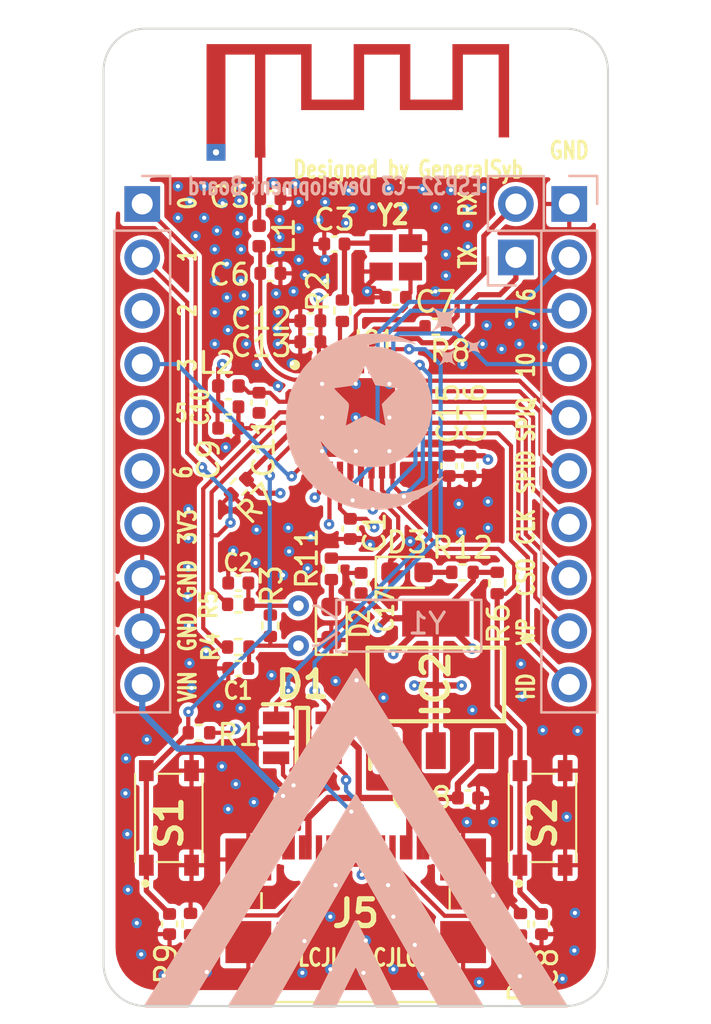
<source format=kicad_pcb>
(kicad_pcb (version 20211014) (generator pcbnew)
  (layers (0 "F.Cu" signal) (1 "In1.Cu" signal) (2 "In2.Cu" signal) (31 "B.Cu" signal) (34 "B.Paste" user) (35 "F.Paste" user) (36 "B.SilkS" user "B.Silkscreen") (37 "F.SilkS" user "F.Silkscreen") (38 "B.Mask" user) (39 "F.Mask" user) (44 "Edge.Cuts" user))
  (net 0 "")
  (net 1 "GND")
  (net 2 "Net-(C1-Pad2)")
  (net 3 "Net-(C2-Pad2)")
  (net 4 "Net-(C3-Pad2)")
  (net 5 "EN")
  (net 6 "Net-(C5-Pad1)")
  (net 7 "LNA")
  (net 8 "XTAL_N")
  (net 9 "GPIO9")
  (net 10 "+3.3V")
  (net 11 "Net-(C11-Pad1)")
  (net 12 "+5V")
  (net 13 "GPIO18")
  (net 14 "USB_DN")
  (net 15 "USB_DP")
  (net 16 "GPIO19")
  (net 17 "GPIO0")
  (net 18 "GPIO1")
  (net 19 "GPIO2")
  (net 20 "GPIO3")
  (net 21 "GPIO4")
  (net 22 "GPIO5")
  (net 23 "GPIO6")
  (net 24 "GPIO7")
  (net 25 "GPIO8")
  (net 26 "GPIO10")
  (net 28 "Net-(IC1-Pad27)")
  (net 29 "Net-(IC1-Pad28)")
  (net 30 "XTAL_P")
  (net 31 "CC1")
  (net 33 "CC2")
  (net 35 "Net-(R8-Pad1)")
  (net 36 "Net-(D2-Pad2)")
  (net 37 "Net-(D3-Pad2)")
  (net 38 "SPIHD")
  (net 39 "SPIWP")
  (net 40 "SPICSO")
  (net 41 "SPICLK")
  (net 42 "SPID")
  (net 43 "SPIQ")
  (footprint "Resistor_SMD:R_0402_1005Metric" (layer "F.Cu") (at 118.872 74.422 180)
    (fp_text reference "R4")
    (fp_text value "0")
  )
  (footprint "Resistor_SMD:R_0402_1005Metric" (layer "F.Cu") (at 118.9 66.8 45)
    (fp_text reference "R7")
    (fp_text value "10k")
  )
  (footprint "Inductor_SMD:L_0402_1005Metric" (layer "F.Cu") (at 118.4 62)
    (fp_text reference "L2")
    (fp_text value "2.0nH")
  )
  (footprint "LED_SMD:LED_0603_1608Metric" (layer "F.Cu") (at 123.3 73.3 90)
    (fp_text reference "D2")
    (fp_text value "LED")
  )
  (footprint "Capacitor_SMD:C_0402_1005Metric" (layer "F.Cu") (at 124.2 68.8 -90)
    (fp_text reference "C14")
    (fp_text value "0.1uF")
  )
  (footprint "Capacitor_SMD:C_0402_1005Metric" (layer "F.Cu") (at 118.872 71.374)
    (fp_text reference "C2")
    (fp_text value "12pF")
  )
  (footprint "Resistor_SMD:R_0402_1005Metric" (layer "F.Cu") (at 123.825 58.42 90)
    (fp_text reference "R2")
    (fp_text value "22")
  )
  (footprint "Resistor_SMD:R_0402_1005Metric" (layer "F.Cu") (at 132.3 87.61 90)
    (fp_text reference "R10")
    (fp_text value "5k2")
  )
  (footprint "Resistor_SMD:R_0402_1005Metric" (layer "F.Cu") (at 118.872 72.39 180)
    (fp_text reference "R5")
    (fp_text value "0")
  )
  (footprint "Resistor_SMD:R_0402_1005Metric" (layer "F.Cu") (at 131.191 71.374 -90)
    (fp_text reference "R6")
    (fp_text value "5k1")
  )
  (footprint "Inductor_SMD:L_0402_1005Metric" (layer "F.Cu") (at 119.865 54.864 -90)
    (fp_text reference "L1")
    (fp_text value "2n2")
  )
  (footprint "CK:PTS815SJM250SMTRLFS" (layer "F.Cu") (at 133.35 82.55 90)
    (fp_text reference "S2")
    (fp_text value "PTS815_SJM_250_SMTR_LFS" hide)
  )
  (footprint "Resistor_SMD:R_0402_1005Metric" (layer "F.Cu") (at 123.3 70.7 90)
    (fp_text reference "R11")
    (fp_text value "470")
  )
  (footprint "OCT:USB4110GFA" (layer "F.Cu") (at 124.46 87.63)
    (fp_text reference "J5")
    (fp_text value "USB4110-GF-A" hide)
  )
  (footprint "Capacitor_SMD:C_0402_1005Metric" (layer "F.Cu") (at 128.9 65.8 -90)
    (fp_text reference "C15")
    (fp_text value "0.1uF")
  )
  (footprint "Capacitor_SMD:C_0402_1005Metric" (layer "F.Cu") (at 118.4 62.992)
    (fp_text reference "C10")
    (fp_text value "0.1uF")
  )
  (footprint "Capacitor_SMD:C_0402_1005Metric" (layer "F.Cu") (at 122.3 59.9 180)
    (fp_text reference "C13")
    (fp_text value "10nF")
  )
  (footprint "Capacitor_SMD:C_0402_1005Metric" (layer "F.Cu") (at 118.872 75.438)
    (fp_text reference "C1")
    (fp_text value "12pF")
  )
  (footprint "Capacitor_SMD:C_0402_1005Metric" (layer "F.Cu") (at 129.8 81.6)
    (fp_text reference "C18")
    (fp_text value "4.7uF")
  )
  (footprint "Espressif:ESP32-C3FH4" (layer "F.Cu") (at 124.46 63.5)
    (fp_text reference "IC1")
    (fp_text value "ESP32-C3FH4" hide)
  )
  (footprint "Resistor_SMD:R_0402_1005Metric" (layer "F.Cu") (at 117 78.5 180)
    (fp_text reference "R1")
    (fp_text value "5k1")
  )
  (footprint "MaxLinear:SOT230P700X180-4N" (layer "F.Cu") (at 128.27 76.2 90)
    (fp_text reference "IC2")
    (fp_text value "SPX1117M3-L-3-3_TR" hide)
  )
  (footprint "LED_SMD:LED_0603_1608Metric" (layer "F.Cu") (at 126.9 70.866)
    (fp_text reference "D3")
    (fp_text value "LED")
  )
  (footprint "Resistor_SMD:R_0402_1005Metric" (layer "F.Cu") (at 129.54 70.866)
    (fp_text reference "R12")
    (fp_text value "470")
  )
  (footprint "Capacitor_SMD:C_0402_1005Metric" (layer "F.Cu") (at 120.396 56.642)
    (fp_text reference "C6")
    (fp_text value "3p3")
  )
  (footprint "Capacitor_SMD:C_0402_1005Metric" (layer "F.Cu") (at 115.6 87.6 -90)
    (fp_text reference "C4")
    (fp_text value "0.1uF")
  )
  (footprint "Capacitor_SMD:C_0402_1005Metric" (layer "F.Cu") (at 129.9 65.8 -90)
    (fp_text reference "C16")
    (fp_text value "1uF")
  )
  (footprint "Capacitor_SMD:C_0402_1005Metric" (layer "F.Cu") (at 126.365 57.785 180)
    (fp_text reference "C7")
    (fp_text value "10pF")
  )
  (footprint "Capacitor_SMD:C_0402_1005Metric" (layer "F.Cu") (at 122.3 58.9 180)
    (fp_text reference "C12")
    (fp_text value "1uF")
  )
  (footprint "CK:PTS815SJM250SMTRLFS" (layer "F.Cu") (at 115.57 82.55 90)
    (fp_text reference "S1")
    (fp_text value "PTS815_SJM_250_SMTR_LFS" hide)
  )
  (footprint "Capacitor_SMD:C_0402_1005Metric" (layer "F.Cu") (at 124.714 71.374 90)
    (fp_text reference "C17")
    (fp_text value "10uF(nc)")
  )
  (footprint "Capacitor_SMD:C_0402_1005Metric" (layer "F.Cu") (at 123.444 55.245)
    (fp_text reference "C3")
    (fp_text value "10pF")
  )
  (footprint "Resistor_SMD:R_0402_1005Metric" (layer "F.Cu") (at 128.27 59.182 180)
    (fp_text reference "R8")
    (fp_text value "499")
  )
  (footprint "Capacitor_SMD:C_0402_1005Metric" (layer "F.Cu") (at 118.392 64.008)
    (fp_text reference "C9")
    (fp_text value "10uF")
  )
  (footprint "Resistor_SMD:R_0402_1005Metric" (layer "F.Cu") (at 116.6 87.6 90)
    (fp_text reference "R9")
    (fp_text value "5k1")
  )
  (footprint "RF_Antenna:Texas_SWRA117D_2.4GHz_Right" (layer "F.Cu") (at 119.91 50.885)
    (fp_text reference "E1")
    (fp_text value "2.4GHz_PCB_antenna")
  )
  (footprint "Capacitor_SMD:C_0402_1005Metric" (layer "F.Cu") (at 133.3 87.6 -90)
    (fp_text reference "C8")
    (fp_text value "0.1uF")
  )
  (footprint "Capacitor_SMD:C_0402_1005Metric" (layer "F.Cu") (at 119.86 62.8 -90)
    (fp_text reference "C11")
    (fp_text value "0.1uF")
  )
  (footprint "Resistor_SMD:R_0402_1005Metric" (layer "F.Cu") (at 120.396 73.406 90)
    (fp_text reference "R3")
    (fp_text value "~")
  )
  (footprint "Capacitor_SMD:C_0402_1005Metric" (layer "F.Cu") (at 120.396 53.086)
    (fp_text reference "C5")
    (fp_text value "3p3")
  )
  (footprint "ECS:ECS4001037BCKYTR3" (layer "F.Cu") (at 126.365 55.88 -90)
    (fp_text reference "Y2")
    (fp_text value "ECS-400-10-37B-CKY-TR3" hide)
  )
  (footprint "onsemi:SOT95P280X145-6N" (layer "F.Cu") (at 121.92 78.74)
    (fp_text reference "D1")
    (fp_text value "CM1231-02SO" hide)
  )
  (footprint "Crystal:Crystal_C26-LF_D2.1mm_L6.5mm_Horizontal" (layer "B.Cu") (at 121.734 72.456 -90)
    (fp_text reference "Y1")
    (fp_text value "Crystal")
  )
  (footprint "Connector_PinHeader_2.54mm:PinHeader_1x10_P2.54mm_Vertical" (layer "B.Cu") (at 134.62 53.34 180)
    (fp_text reference "J2")
    (fp_text value "Conn_01x10_Male")
  )
  (footprint "Connector_PinHeader_2.54mm:PinHeader_1x10_P2.54mm_Vertical" (layer "B.Cu") (at 114.3 53.34 180)
    (fp_text reference "J1")
    (fp_text value "Conn_01x10_Male")
  )
  (footprint "Custom Symbols:Stars 1" (layer "B.Cu") (at 125.638356 55.159172 180)
    (fp_text reference "REF**" hide)
    (fp_text value "Stars 1")
  )
  (footprint "Connector_PinHeader_2.54mm:PinHeader_1x02_P2.54mm_Vertical" (layer "B.Cu") (at 132.08 55.885)
    (fp_text reference "J3")
    (fp_text value "Conn_01x02_Male")
  )
  (gr_poly (pts (xy 126.46 91.5) (xy 125.46 91.5) (xy 124.46 89.5) (xy 123.46 91.5) (xy 122.46 91.5) (xy 124.46 87.5)) (layer "B.SilkS") (width 0.15) (fill solid))
  (gr_poly (pts (xy 134.46 91.5) (xy 132.46 91.5) (xy 124.46 78.5) (xy 116.46 91.5) (xy 114.46 91.5) (xy 124.46 75.5)) (layer "B.SilkS") (width 0.15) (fill solid))
  (gr_poly (pts (xy 130.46 91.5) (xy 128.46 91.5) (xy 124.46 84.5) (xy 120.46 91.5) (xy 118.46 91.5) (xy 124.46 81.5)) (layer "B.SilkS") (width 0.15) (fill solid))
  (gr_arc (start 114.46 91.5) (mid 113.045786 90.914214) (end 112.46 89.5) (layer "Edge.Cuts") (width 0.1))
  (gr_line (start 134.46 45) (end 114.46 45) (layer "Edge.Cuts") (width 0.1))
  (gr_line (start 112.46 47) (end 112.46 89.5) (layer "Edge.Cuts") (width 0.1))
  (gr_line (start 114.46 91.5) (end 134.46 91.5) (layer "Edge.Cuts") (width 0.1))
  (gr_line (start 136.46 89.5) (end 136.46 47) (layer "Edge.Cuts") (width 0.1))
  (gr_arc (start 136.46 89.5) (mid 135.874214 90.914214) (end 134.46 91.5) (layer "Edge.Cuts") (width 0.1))
  (gr_arc (start 112.46 47) (mid 113.045786 45.585786) (end 114.46 45) (layer "Edge.Cuts") (width 0.1))
  (gr_arc (start 134.46 45) (mid 135.874214 45.585786) (end 136.46 47) (layer "Edge.Cuts") (width 0.1))
  (gr_text "ESP32-C3 Development Board" (at 123.46 52.5) (layer "B.SilkS") (effects (font (size 0.8 0.6)) (justify mirror)))
  (gr_text "1" (at 116.46 55.8 90) (layer "F.SilkS") (effects (font (size 0.8 0.6))))
  (gr_text "3" (at 116.46 61 90) (layer "F.SilkS") (effects (font (size 0.8 0.6))))
  (gr_text "6" (at 116.26 66.1 90) (layer "F.SilkS") (effects (font (size 0.8 0.6))))
  (gr_text "GND" (at 116.46 73.7 90) (layer "F.SilkS") (effects (font (size 0.8 0.6))))
  (gr_text "3V3" (at 116.46 68.7 90) (layer "F.SilkS") (effects (font (size 0.8 0.6))))
  (gr_text "GND" (at 116.46 71.2 90) (layer "F.SilkS") (effects (font (size 0.8 0.6))))
  (gr_text "SPIQ" (at 132.56 63.6 90) (layer "F.SilkS") (effects (font (size 0.8 0.6))))
  (gr_text "VIN" (at 116.46 76.3 90) (layer "F.SilkS") (effects (font (size 0.8 0.6))))
  (gr_text "6" (at 132.588 57.658 90) (layer "F.SilkS") (effects (font (size 0.8 0.6))))
  (gr_text "SPID" (at 132.56 66.1 90) (layer "F.SilkS") (effects (font (size 0.8 0.6))))
  (gr_text "JLCJLCJLCJLC" (at 124.36 89.2) (layer "F.SilkS") (effects (font (size 0.8 0.6))))
  (gr_text "WP" (at 132.56 73.7 90) (layer "F.SilkS") (effects (font (size 0.8 0.6))))
  (gr_text "5" (at 116.16 63.3) (layer "F.SilkS") (effects (font (size 0.8 0.6))))
  (gr_text "7" (at 132.56 58.5 90) (layer "F.SilkS") (effects (font (size 0.8 0.6))))
  (gr_text "Designed by GeneralSyb" (at 126.96 51.7) (layer "F.SilkS") (effects (font (size 0.8 0.6))))
  (gr_text "CLK" (at 132.56 68.7 90) (layer "F.SilkS") (effects (font (size 0.8 0.6))))
  (gr_text "GND" (at 134.62 50.8) (layer "F.SilkS") (effects (font (size 0.8 0.6))))
  (gr_text "TX" (at 129.794 55.88 90) (layer "F.SilkS") (effects (font (size 0.8 0.6))))
  (gr_text "2" (at 116.46 58.4 90) (layer "F.SilkS") (effects (font (size 0.8 0.6))))
  (gr_text "10" (at 132.56 61 90) (layer "F.SilkS") (effects (font (size 0.8 0.6))))
  (gr_text "HD" (at 132.56 76.3 90) (layer "F.SilkS") (effects (font (size 0.8 0.6))))
  (gr_text "CSO" (at 132.56 71.1 90) (layer "F.SilkS") (effects (font (size 0.8 0.6))))
  (gr_text "RX" (at 129.794 53.34 90) (layer "F.SilkS") (effects (font (size 0.8 0.6))))
  (gr_text "0" (at 116.46 53.3 90) (layer "F.SilkS") (effects (font (size 0.8 0.6))))
  (segment (start 125 57.22) (end 125.665 56.555) (width 0.25) (layer "F.Cu") (net 1))
  (segment (start 118.872 64.318) (end 118.872 64.008) (width 0.2) (layer "F.Cu") (net 1))
  (segment (start 118.908 62.964) (end 118.88 62.992) (width 0.2) (layer "F.Cu") (net 1))
  (segment (start 125 57.5) (end 125.6 57.5) (width 0.25) (layer "F.Cu") (net 1))
  (segment (start 127.052129 69.392131) (end 126.1125 70.33176) (width 0.25) (layer "F.Cu") (net 1))
  (segment (start 125.6 57.5) (end 125.885 57.785) (width 0.25) (layer "F.Cu") (net 1))
  (segment (start 125 57.5) (end 125 57.22) (width 0.25) (layer "F.Cu") (net 1))
  (segment (start 125.14 69.55) (end 124.87 69.28) (width 0.3) (layer "F.Cu") (net 1))
  (segment (start 132.3 87.1) (end 132.3 87.04) (width 0.25) (layer "F.Cu") (net 1))
  (segment (start 131.51 86.25) (end 131 86.25) (width 0.25) (layer "F.Cu") (net 1))
  (segment (start 126.1125 70.33176) (end 126.1125 70.866) (width 0.25) (layer "F.Cu") (net 1))
  (segment (start 118.27 64.92) (end 118.872 64.318) (width 0.2) (layer "F.Cu") (net 1))
  (segment (start 132.3 87.04) (end 131.51 86.25) (width 0.25) (layer "F.Cu") (net 1))
  (segment (start 124.87 69.28) (end 124.2 69.28) (width 0.3) (layer "F.Cu") (net 1))
  (segment (start 118.88 64) (end 118.872 64.008) (width 0.2) (layer "F.Cu") (net 1))
  (segment (start 118.88 62.992) (end 118.88 64) (width 0.2) (layer "F.Cu") (net 1))
  (via (at 122.86 61.9) (size 0.5) (drill 0.2) (layers "F.Cu" "B.Cu") (net 1))
  (via (at 129.794 53.594) (size 0.5) (drill 0.2) (layers "F.Cu" "B.Cu") (net 1))
  (via (at 134.5 82.5) (size 0.5) (drill 0.2) (layers "F.Cu" "B.Cu") (net 1))
  (via (at 125 57.5) (size 0.5) (drill 0.2) (layers "F.Cu" "B.Cu") (net 1))
  (via (at 118.63 69.84) (size 0.5) (drill 0.2) (layers "F.Cu" "B.Cu") (net 1))
  (via (at 116 54) (size 0.5) (drill 0.2) (layers "F.Cu" "B.Cu") (net 1))
  (via (at 121.75 53.25) (size 0.5) (drill 0.2) (layers "F.Cu" "B.Cu") (net 1))
  (via (at 124.33 53.55) (size 0.5) (drill 0.2) (layers "F.Cu" "B.Cu") (net 1))
  (via (at 116.55 75.19) (size 0.5) (drill 0.2) (layers "F.Cu" "B.Cu") (net 1))
  (via (at 128.75 54.5) (size 0.5) (drill 0.2) (layers "F.Cu" "B.Cu") (net 1))
  (via (at 118.33 57.79) (size 0.5) (drill 0.2) (layers "F.Cu" "B.Cu") (net 1))
  (via (at 132.98 59.08) (size 0.5) (drill 0.2) (layers "F.Cu" "B.Cu") (net 1))
  (via (at 119 58.5) (size 0.5) (drill 0.2) (layers "F.Cu" "B.Cu") (net 1))
  (via (at 127.27 88.59) (size 0.5) (drill 0.2) (layers "F.Cu" "B.Cu") (net 1))
  (via (at 121.25 68.75) (size 0.5) (drill 0.2) (layers "F.Cu" "B.Cu") (net 1))
  (via (at 113.59 83.32) (size 0.5) (drill 0.2) (layers "F.Cu" "B.Cu") (net 1))
  (via (at 117.92 77.21) (size 0.5) (drill 0.2) (layers "F.Cu" "B.Cu") (net 1))
  (via (at 121.92 89.916) (size 0.5) (drill 0.2) (layers "F.Cu" "B.Cu") (net 1))
  (via (at 114.04 87.55) (size 0.5) (drill 0.2) (layers "F.Cu" "B.Cu") (net 1))
  (via (at 119.75 61) (size 0.5) (drill 0.2) (layers "F.Cu" "B.Cu") (net 1))
  (via (at 116.46 72.04) (size 0.5) (drill 0.2) (layers "F.Cu" "B.Cu") (net 1))
  (via (at 131.4 60.24) (size 0.5) (drill 0.2) (layers "F.Cu" "B.Cu") (net 1))
  (via (at 117.856 54.61) (size 0.5) (drill 0.2) (layers "F.Cu" "B.Cu") (net 1))
  (via (at 132.39 76.78) (size 0.5) (drill 0.2) (layers "F.Cu" "B.Cu") (net 1))
  (via (at 120.75 60) (size 0.5) (drill 0.2) (layers "F.Cu" "B.Cu") (net 1))
  (via (at 119.61 81.8) (size 0.5) (drill 0.2) (layers "F.Cu" "B.Cu") (net 1))
  (via (at 118.33 56.19) (size 0.5) (drill 0.2) (layers "F.Cu" "B.Cu") (net 1))
  (via (at 123 57) (size 0.5) (drill 0.2) (layers "F.Cu" "B.Cu") (net 1))
  (via (at 117.75 58.5) (size 0.5) (drill 0.2) (layers "F.Cu" "B.Cu") (net 1))
  (via (at 126.06 65.1) (size 0.5) (drill 0.2) (layers "F.Cu" "B.Cu") (net 1))
  (via (at 125.78 76.83) (size 0.5) (drill 0.2) (layers "F.Cu" "B.Cu") (net 1))
  (via (at 113.53 79.72) (size 0.5) (drill 0.2) (layers "F.Cu" "B.Cu") (net 1))
  (via (at 134.86 88.86) (size 0.5) (drill 0.2) (layers "F.Cu" "B.Cu") (net 1))
  (via (at 120.83 54.92) (size 0.5) (drill 0.2) (layers "F.Cu" "B.Cu") (net 1))
  (via (at 120.45 75.76) (size 0.5) (drill 0.2) (layers "F.Cu" "B.Cu") (net 1))
  (via (at 119 57) (size 0.5) (drill 0.2) (layers "F.Cu" "B.Cu") (net 1))
  (via (at 116 52.5) (size 0.5) (drill 0.2) (layers "F.Cu" "B.Cu") (net 1))
  (via (at 122.682 54.102) (size 0.5) (drill 0.2) (layers "F.Cu" "B.Cu") (net 1))
  (via (at 118.09 80.1) (size 0.5) (drill 0.2) (layers "F.Cu" "B.Cu") (net 1))
  (via (at 126.04 52.6) (size 0.5) (drill 0.2) (layers "F.Cu" "B.Cu") (net 1))
  (via (at 134.3 90.2) (size 0.5) (drill 0.2) (layers "F.Cu" "B.Cu") (net 1))
  (via (at 120.75 58.5) (size 0.5) (drill 0.2) (layers "F.Cu" "B.Cu") (net 1))
  (via (at 128.99 52.68) (size 0.5) (drill 0.2) (layers "F.Cu" "B.Cu") (net 1))
  (via (at 129.47 68.97) (size 0.5) (drill 0.2) (layers "F.Cu" "B.Cu") (net 1))
  (via (at 113.5 81.38) (size 0.5) (drill 0.2) (layers "F.Cu" "B.Cu") (net 1))
  (via (at 122.04 56.71) (size 0.5) (drill 0.2) (layers "F.Cu" "B.Cu") (net 1))
  (via (at 127.052129 69.392131) (size 0.5) (drill 0.2) (layers "F.Cu" "B.Cu") (net 1))
  (via (at 129.54 60.96) (size 0.5) (drill 0.2) (layers "F.Cu" "B.Cu") (net 1))
  (via (at 130.75 67.5) (size 0.5) (drill 0.2) (layers "F.Cu" "B.Cu") (net 1))
  (via (at 132.25 60) (size 0.5) (drill 0.2) (layers "F.Cu" "B.Cu") (net 1))
  (via (at 124.94 88.38) (size 0.5) (drill 0.2) (layers "F.Cu" "B.Cu") (net 1))
  (via (at 121.75 54.5) (size 0.5) (drill 0.2) (layers "F.Cu" "B.Cu") (net 1))
  (via (at 128.75 55.75) (size 0.5) (drill 0.2) (layers "F.Cu" "B.Cu") (net 1))
  (via (at 126 85.75) (size 0.5) (drill 0.2) (layers "F.Cu" "B.Cu") (net 1))
  (via (at 123 56) (size 0.5) (drill 0.2) (layers "F.Cu" "B.Cu") (net 1))
  (via (at 130.01 77.42) (size 0.5) (drill 0.2) (layers "F.Cu" "B.Cu") (net 1))
  (via (at 116.65 76.37) (size 0.5) (drill 0.2) (layers "F.Cu" "B.Cu") (net 1))
  (via (at 118.39 82.13) (size 0.5) (drill 0.2) (layers "F.Cu" "B.Cu") (net 1))
  (via (at 121.42 60.92) (size 0.5) (drill 0.2) (layers "F.Cu" "B.Cu") (net 1))
  (via (at 126.25 89.75) (size 0.5) (drill 0.2) (layers "F.Cu" "B.Cu") (net 1))
  (via (at 115.32 90.05) (size 0.5) (drill 0.2) (layers "F.Cu" "B.Cu") (net 1))
  (via (at 116.5 69.24) (size 0.5) (drill 0.2) (layers "F.Cu" "B.Cu") (net 1))
  (via (at 121.5 57.5) (size 0.5) (drill 0.2) (layers "F.Cu" "B.Cu") (net 1))
  (via (at 129.75 82.75) (size 0.5) (drill 0.2) (layers "F.Cu" "B.Cu") (net 1))
  (via (at 131 82.75) (size 0.5) (drill 0.2) (layers "F.Cu" "B.Cu") (net 1))
  (via (at 130.69 59.12) (size 0.5) (drill 0.2) (layers "F.Cu" "B.Cu") (net 1))
  (via (at 124.46 65.1) (size 0.5) (drill 0.2) (layers "F.Cu" "B.Cu") (net 1))
  (via (at 116.5 67.86) (size 0.5) (drill 0.2) (layers "F.Cu" "B.Cu") (net 1))
  (via (at 122.02 88.41) (size 0.5) (drill 0.2) (layers "F.Cu" "B.Cu") (net 1))
  (via (at 118.82 54.73) (size 0.5) (drill 0.2) (layers "F.Cu" "B.Cu") (net 1))
  (via (at 118.75 80.94) (size 0.5) (drill 0.2) (layers "F.Cu" "B.Cu") (net 1))
  (via (at 121.29 69.87) (size 0.5) (drill 0.2) (layers "F.Cu" "B.Cu") (net 1))
  (via (at 126.75 53.5) (size 0.5) (drill 0.2) (layers "F.Cu" "B.Cu") (net 1))
  (via (at 124 54.25) (size 0.5) (drill 0.2) (layers "F.Cu" "B.Cu") (net 1))
  (via (at 130.5 60) (size 0.5) (drill 0.2) (layers "F.Cu" "B.Cu") (net 1))
  (via (at 132.27 90.08) (size 0.5) (drill 0.2) (layers "F.Cu" "B.Cu") (net 1))
  (via (at 128.75 56.75) (size 0.5) (drill 0.2) (layers "F.Cu" "B.Cu") (net 1))
  (via (at 123.5 85.75) (size 0.5) (drill 0.2) (layers "F.Cu" "B.Cu") (net 1))
  (via (at 126.06 61.9) (size 0.5) (drill 0.2) (layers "F.Cu" "B.Cu") (net 1))
  (via (at 129.36 67.61) (size 0.5) (drill 0.2) (layers "F.Cu" "B.Cu") (net 1))
  (via (at 127.64 52.63) (size 0.5) (drill 0.2) (layers "F.Cu" "B.Cu") (net 1))
  (via (at 126.25 87.25) (size 0.5) (drill 0.2) (layers "F.Cu" "B.Cu") (net 1))
  (via (at 133.33 60.14) (size 0.5) (drill 0.2) (layers "F.Cu" "B.Cu") (net 1))
  (via (at 120.72 59.26) (size 0.5) (drill 0.2) (layers "F.Cu" "B.Cu") (net 1))
  (via (at 116.49 70.61) (size 0.5) (drill 0.2) (layers "F.Cu" "B.Cu") (net 1))
  (via (at 119 54) (size 0.5) (drill 0.2) (layers "F.Cu" "B.Cu") (net 1))
  (via (at 122.86 65.1) (size 0.5) (drill 0.2) (layers "F.Cu" "B.Cu") (net 1))
  (via (at 125.25 53.5) (size 0.5) (drill 0.2) (layers "F.Cu" "B.Cu") (net 1))
  (via (at 118.38 59.34) (size 0.5) (drill 0.2) (layers "F.Cu" "B.Cu") (net 1))
  (via (at 135.02 78.41) (size 0.5) (drill 0.2) (layers "F.Cu" "B.Cu") (net 1))
  (via (at 119.74 68.84) (size 0.5) (drill 0.2) (layers "F.Cu" "B.Cu") (net 1))
  (via (at 124.46 63.5) (size 0.5) (drill 0.2) (layers "F.Cu" "B.Cu") (net 1))
  (via (at 124.13 52.7) (size 0.5) (drill 0.2) (layers "F.Cu" "B.Cu") (net 1))
  (via (at 119.14 57.69) (size 0.5) (drill 0.2) (layers "F.Cu" "B.Cu") (net 1))
  (via (at 132.32 75.22) (size 0.5) (drill 0.2) (layers "F.Cu" "B.Cu") (net 1))
  (via (at 120.54 52.35) (size 0.5) (drill 0.2) (layers "F.Cu" "B.Cu") (net 1))
  (via (at 119 55.5) (size 0.5) (drill 0.2) (layers "F.Cu" "B.Cu") (net 1))
  (via (at 114.52 78.82) (size 0.5) (drill 0.2) (layers "F.Cu" "B.Cu") (net 1))
  (via (at 125.14 69.55) (size 0.5) (drill 0.2) (layers "F.Cu" "B.Cu") (net 1))
  (via (at 123.25 87.25) (size 0.5) (drill 0.2) (layers "F.Cu" "B.Cu") (net 1))
  (via (at 114.25 89.04) (size 0.5) (drill 0.2) (layers "F.Cu" "B.Cu") (net 1))
  (via (at 131.78 59.04) (size 0.5) (drill 0.2) (layers "F.Cu" "B.Cu") (net 1))
  (via (at 121 71) (size 0.5) (drill 0.2) (layers "F.Cu" "B.Cu") (net 1))
  (via (at 120.83 55.63) (size 0.5) (drill 0.2) (layers "F.Cu" "B.Cu") (net 1))
  (via (at 133.36 78.38) (size 0.5) (drill 0.2) (layers "F.Cu" "B.Cu") (net 1))
  (via (at 118.98 77.33) (size 0.5) (drill 0.2) (layers "F.Cu" "B.Cu") (net 1))
  (via (at 122.32 69.16) (size 0.5) (drill 0.2) (layers "F.Cu" "B.Cu") (net 1))
  (via (at 117.25 54) (size 0.5) (drill 0.2) (layers "F.Cu" "B.Cu") (net 1))
  (via (at 117.37 89.88) (size 0.5) (drill 0.2) (layers "F.Cu" "B.Cu") (net 1))
  (via (at 119.25 60) (size 0.5) (drill 0.2) (layers "F.Cu" "B.Cu") (net 1))
  (via (at 129.794 54.356) (size 0.5) (drill 0.2) (layers "F.Cu" "B.Cu") (net 1))
  (via (at 117.75 60) (size 0.5) (drill 0.2) (layers "F.Cu" "B.Cu") (net 1))
  (via (at 130.556 52.578) (size 0.5) (drill 0.2) (layers "F.Cu" "B.Cu") (net 1))
  (via (at 121.75 56) (size 0.5) (drill 0.2) (layers "F.Cu" "B.Cu") (net 1))
  (via (at 120.67 57.6) (size 0.5) (drill 0.2) (layers "F.Cu" "B.Cu") (net 1))
  (via (at 128.25 57.5) (size 0.5) (drill 0.2) (layers "F.Cu" "B.Cu") (net 1))
  (via (at 117.75 57) (size 0.5) (drill 0.2) (layers "F.Cu" "B.Cu") (net 1))
  (via (at 118.27 64.92) (size 0.5) (drill 0.2) (layers "F.Cu" "B.Cu") (net 1))
  (via (at 124.83 89.92) (size 0.5) (drill 0.2) (layers "F.Cu" "B.Cu") (net 1))
  (via (at 129.794 55.372) (size 0.5) (drill 0.2) (layers "F.Cu" "B.Cu") (net 1))
  (via (at 124.46 61.9) (size 0.5) (drill 0.2) (layers "F.Cu" "B.Cu") (net 1))
  (via (at 117.75 55.5) (size 0.5) (drill 0.2) (layers "F.Cu" "B.Cu") (net 1))
  (via (at 127.63 89.98) (size 0.5) (drill 0.2) (layers "F.Cu" "B.Cu") (net 1))
  (via (at 116.57 53.22) (size 0.5) (drill 0.2) (layers "F.Cu" "B.Cu") (net 1))
  (via (at 120.83 54.11) (size 0.5) (drill 0.2) (layers "F.Cu" "B.Cu") (net 1))
  (via (at 117.34 74.61) (size 0.5) (drill 0.2) (layers "F.Cu" "B.Cu") (net 1))
  (via (at 119.69 70.42) (size 0.5) (drill 0.2) (layers "F.Cu" "B.Cu") (net 1))
  (via (at 123.25 89.75) (size 0.5) (drill 0.2) (layers "F.Cu" "B.Cu") (net 1))
  (via (at 130.33 90.36) (size 0.5) (drill 0.2) (layers "F.Cu" "B.Cu") (net 1))
  (via (at 121.59 52.39) (size 0.5) (drill 0.2) (layers "F.Cu" "B.Cu") (net 1))
  (via (at 122.17 70.68) (size 0.5) (drill 0.2) (layers "F.Cu" "B.Cu") (net 1))
  (via (at 113.62 85.97) (size 0.5) (drill 0.2) (layers "F.Cu" "B.Cu") (net 1))
  (via (at 118.92 53.18) (size 0.5) (drill 0.2) (layers "F.Cu" "B.Cu") (net 1))
  (via (at 130.75 68.75) (size 0.5) (drill 0.2) (layers "F.Cu" "B.Cu") (net 1))
  (via (at 116.52 73.4) (size 0.5) (drill 0.2) (layers "F.Cu" "B.Cu") (net 1))
  (via (at 134.89 87.07) (size 0.5) (drill 0.2) (layers "F.Cu" "B.Cu") (net 1))
  (via (at 119 52.5) (size 0.5) (drill 0.2) (layers "F.Cu" "B.Cu") (net 1))
  (via (at 120.76 62) (size 0.5) (drill 0.2) (layers "F.Cu" "B.Cu") (net 1))
  (via (at 131 86.25) (size 0.5) (drill 0.2) (layers "F.Cu" "B.Cu") (net 1))
  (via (at 117.25 52.5) (size 0.5) (drill 0.2) (layers "F.Cu" "B.Cu") (net 1))
  (via (at 123 53.25) (size 0.5) (drill 0.2) (layers "F.Cu" "B.Cu") (net 1))
  (via (at 126.06 63.5) (size 0.5) (drill 0.2) (layers "F.Cu" "B.Cu") (net 1))
  (via (at 124.5 76) (size 0.5) (drill 0.2) (layers "F.Cu" "B.Cu") (net 1))
  (via (at 118.13 53.31) (size 0.5) (drill 0.2) (layers "F.Cu" "B.Cu") (net 1))
  (via (at 116.84 54.864) (size 0.5) (drill 0.2) (layers "F.Cu" "B.Cu") (net 1))
  (via (at 123.5 76.04) (size 0.5) (drill 0.2) (layers "F.Cu" "B.Cu") (net 1))
  (via (at 122.86 63.5) (size 0.5) (drill 0.2) (layers "F.Cu" "B.Cu") (net 1))
  (via (at 128.25 53.5) (size 0.5) (drill 0.2) (layers "F.Cu" "B.Cu") (net 1))
  (segment (start 121.734 74.356) (end 120.33 74.356) (width 0.2) (layer "F.Cu") (net 2))
  (segment (start 119.382 74.422) (end 119.382 75.408) (width 0.2) (layer "F.Cu") (net 2))
  (segment (start 120.396 73.916) (end 120.396 74.29) (width 0.2) (layer "F.Cu") (net 2))
  (segment (start 120.396 74.29) (end 120.33 74.356) (width 0.2) (layer "F.Cu") (net 2))
  (segment (start 120.33 74.356) (end 119.448 74.356) (width 0.2) (layer "F.Cu") (net 2))
  (segment (start 119.382 75.408) (end 119.352 75.438) (width 0.2) (layer "F.Cu") (net 2))
  (segment (start 119.448 74.356) (end 119.382 74.422) (width 0.2) (layer "F.Cu") (net 2))
  (segment (start 119.352 71.374) (end 119.352 72.36) (width 0.2) (layer "F.Cu") (net 3))
  (segment (start 119.448 72.456) (end 119.382 72.39) (width 0.2) (layer "F.Cu") (net 3))
  (segment (start 120.396 72.896) (end 120.396 72.522) (width 0.2) (layer "F.Cu") (net 3))
  (segment (start 120.462 72.456) (end 119.448 72.456) (width 0.2) (layer "F.Cu") (net 3))
  (segment (start 119.352 72.36) (end 119.382 72.39) (width 0.2) (layer "F.Cu") (net 3))
  (segment (start 121.734 72.456) (end 120.462 72.456) (width 0.2) (layer "F.Cu") (net 3))
  (segment (start 120.396 72.522) (end 120.462 72.456) (width 0.2) (layer "F.Cu") (net 3))
  (segment (start 125.665 55.205) (end 123.964 55.205) (width 0.25) (layer "F.Cu") (net 4))
  (segment (start 123.924 55.245) (end 123.924 57.811) (width 0.25) (layer "F.Cu") (net 4))
  (segment (start 123.964 55.205) (end 123.924 55.245) (width 0.25) (layer "F.Cu") (net 4))
  (segment (start 123.924 57.811) (end 123.825 57.91) (width 0.25) (layer "F.Cu") (net 4))
  (segment (start 114.495 80.3) (end 114.495 84.8) (width 0.25) (layer "F.Cu") (net 5))
  (segment (start 116.49 77.51) (end 116.5 77.5) (width 0.2) (layer "F.Cu") (net 5))
  (segment (start 114.495 80.3) (end 114.69 80.3) (width 0.25) (layer "F.Cu") (net 5))
  (segment (start 114.69 80.3) (end 116.49 78.5) (width 0.25) (layer "F.Cu") (net 5))
  (segment (start 115.6 87.12) (end 114.495 86.015) (width 0.25) (layer "F.Cu") (net 5))
  (segment (start 121.46293 64.75) (end 120.369244 65.843686) (width 0.2) (layer "F.Cu") (net 5))
  (segment (start 116.49 78.5) (end 116.49 77.51) (width 0.2) (layer "F.Cu") (net 5))
  (segment (start 121.96 64.75) (end 121.46293 64.75) (width 0.2) (layer "F.Cu") (net 5))
  (segment (start 120.369244 65.843686) (end 120.369244 66.267244) (width 0.2) (layer "F.Cu") (net 5))
  (segment (start 114.495 86.015) (end 114.495 84.8) (width 0.25) (layer "F.Cu") (net 5))
  (via (at 120.369244 66.267244) (size 0.5) (drill 0.2) (layers "F.Cu" "B.Cu") (net 5))
  (via (at 116.5 77.5) (size 0.5) (drill 0.2) (layers "F.Cu" "B.Cu") (net 5))
  (segment (start 120.369244 73.630756) (end 120.369244 66.267244) (width 0.2) (layer "B.Cu") (net 5))
  (segment (start 116.5 77.5) (end 120.369244 73.630756) (width 0.2) (layer "B.Cu") (net 5))
  (segment (start 119.916 53.086) (end 119.91 53.08) (width 0.2) (layer "F.Cu") (net 6))
  (segment (start 119.865 53.137) (end 119.916 53.086) (width 0.2) (layer "F.Cu") (net 6))
  (segment (start 119.91 53.08) (end 119.91 50.885) (width 0.2) (layer "F.Cu") (net 6))
  (segment (start 119.865 54.379) (end 119.865 53.137) (width 0.2) (layer "F.Cu") (net 6))
  (segment (start 119.916 59.706) (end 119.916 56.642) (width 0.2) (layer "F.Cu") (net 7))
  (segment (start 119.916 56.642) (end 119.916 55.4) (width 0.2) (layer "F.Cu") (net 7))
  (segment (start 119.916 55.4) (end 119.865 55.349) (width 0.2) (layer "F.Cu") (net 7))
  (arc (start 121.96 61.75) (mid 120.514674 61.151326) (end 119.916 59.706) (width 0.2) (layer "F.Cu") (net 7))
  (segment (start 124.206 59.69) (end 124.46 59.436) (width 0.2) (layer "F.Cu") (net 8))
  (segment (start 127.065 56.555) (end 127.065 57.565) (width 0.2) (layer "F.Cu") (net 8))
  (segment (start 127.065 57.565) (end 126.845 57.785) (width 0.2) (layer "F.Cu") (net 8))
  (segment (start 124.21 59.694) (end 124.206 59.69) (width 0.2) (layer "F.Cu") (net 8))
  (segment (start 126.68 58.42) (end 126.845 58.255) (width 0.2) (layer "F.Cu") (net 8))
  (segment (start 124.21 61) (end 124.21 59.694) (width 0.2) (layer "F.Cu") (net 8))
  (segment (start 124.46 59.436) (end 124.46 58.674) (width 0.2) (layer "F.Cu") (net 8))
  (segment (start 124.714 58.42) (end 126.68 58.42) (width 0.2) (layer "F.Cu") (net 8))
  (segment (start 126.845 58.255) (end 126.845 57.785) (width 0.2) (layer "F.Cu") (net 8))
  (segment (start 124.46 58.674) (end 124.714 58.42) (width 0.2) (layer "F.Cu") (net 8))
  (segment (start 125.71 66.965026) (end 128.494974 69.75) (width 0.2) (layer "F.Cu") (net 9))
  (segment (start 132 70.5) (end 132 71.5) (width 0.2) (layer "F.Cu") (net 9))
  (segment (start 131.191 77.191) (end 131.191 71.884) (width 0.25) (layer "F.Cu") (net 9))
  (segment (start 131.25 69.75) (end 132 70.5) (width 0.2) (layer "F.Cu") (net 9))
  (segment (start 132 71.5) (end 131.616 71.884) (width 0.2) (layer "F.Cu") (net 9))
  (segment (start 128.494974 69.75) (end 131.25 69.75) (width 0.2) (layer "F.Cu") (net 9))
  (segment (start 125.71 66) (end 125.71 66.965026) (width 0.2) (layer "F.Cu") (net 9))
  (segment (start 131.616 71.884) (end 131.191 71.884) (width 0.2) (layer "F.Cu") (net 9))
  (segment (start 132.275 80.3) (end 132.275 78.275) (width 0.25) (layer "F.Cu") (net 9))
  (segment (start 132.275 86.095) (end 133.3 87.12) (width 0.25) (layer "F.Cu") (net 9))
  (segment (start 132.275 78.275) (end 131.191 77.191) (width 0.25) (layer "F.Cu") (net 9))
  (segment (start 132.275 84.8) (end 132.275 86.095) (width 0.25) (layer "F.Cu") (net 9))
  (segment (start 132.275 84.8) (end 132.275 80.3) (width 0.25) (layer "F.Cu") (net 9))
  (segment (start 125.34 68.72) (end 124.94 68.32) (width 0.2) (layer "F.Cu") (net 10))
  (segment (start 122.71 61) (end 122.71 59.97) (width 0.2) (layer "F.Cu") (net 10))
  (segment (start 128.27 76.23) (end 127.27 76.23) (width 0.3) (layer "F.Cu") (net 10))
  (segment (start 130.57 65.32) (end 130.75 65.5) (width 0.25) (layer "F.Cu") (net 10))
  (segment (start 128.27 73.05) (end 128.55 73.05) (width 0.3) (layer "F.Cu") (net 10))
  (segment (start 128.27 76.23) (end 128.29 76.25) (width 0.3) (layer "F.Cu") (net 10))
  (segment (start 130.05 70.866) (end 131.189 70.866) (width 0.25) (layer "F.Cu") (net 10))
  (segment (start 123.21 60.33) (end 122.78 59.9) (width 0.2) (layer "F.Cu") (net 10))
  (segment (start 129.9 65.32) (end 130.57 65.32) (width 0.25) (layer "F.Cu") (net 10))
  (segment (start 128.27 79.35) (end 128.27 76.23) (width 0.3) (layer "F.Cu") (net 10))
  (segment (start 123.21 61) (end 123.21 60.33) (width 0.2) (layer "F.Cu") (net 10))
  (segment (start 124.94 68.32) (end 124.2 68.32) (width 0.2) (layer "F.Cu") (net 10))
  (segment (start 117.915 62) (end 117.915 61.155) (width 0.2) (layer "F.Cu") (net 10))
  (segment (start 117.915 62) (end 117.915 62.987) (width 0.2) (layer "F.Cu") (net 10))
  (segment (start 128.27 76.23) (end 128.27 73.05) (width 0.3) (layer "F.Cu") (net 10))
  (segment (start 122.71 59.97) (end 122.78 59.9) (width 0.2) (layer "F.Cu") (net 10))
  (segment (start 131.189 70.866) (end 131.191 70.864) (width 0.25) (layer "F.Cu") (net 10))
  (segment (start 128.83 65.25) (end 128.9 65.32) (width 0.25) (layer "F.Cu") (net 10))
  (segment (start 127.27 76.23) (end 127.25 76.25) (width 0.3) (layer "F.Cu") (net 10))
  (segment (start 123.71 66) (end 123.71 67.83) (width 0.2) (layer "F.Cu") (net 10))
  (segment (start 118.56 78.5) (end 118.74 78.32) (width 0.2) (layer "F.Cu") (net 10))
  (segment (start 128.55 73.05) (end 130 74.5) (width 0.3) (layer "F.Cu") (net 10))
  (segment (start 122.78 58.9) (end 122.78 57.88) (width 0.2) (layer "F.Cu") (net 10))
  (segment (start 126.96 65.25) (end 128.83 65.25) (width 0.25) (layer "F.Cu") (net 10))
  (segment (start 122.78 57.88) (end 122.7 57.8) (width 0.2) (layer "F.Cu") (net 10))
  (segment (start 117.51 78.5) (end 118.56 78.5) (width 0.2) (layer "F.Cu") (net 10))
  (segment (start 124.754 71.854) (end 125.95 73.05) (width 0.3) (layer "F.Cu") (net 10))
  (segment (start 124.714 71.854) (end 124.754 71.854) (width 0.3) (layer "F.Cu") (net 10))
  (segment (start 123.71 67.83) (end 124.2 68.32) (width 0.2) (layer "F.Cu") (net 10))
  (segment (start 117.884 63.98) (end 117.912 64.008) (width 0.2) (layer "F.Cu") (net 10))
  (segment (start 128.27 73.05) (end 127.95 73.05) (width 0.3) (layer "F.Cu") (net 10))
  (segment (start 117.856 62.964) (end 117.884 62.992) (width 0.2) (layer "F.Cu") (net 10))
  (segment (start 128.9 65.32) (end 129.9 65.32) (width 0.25) (layer "F.Cu") (net 10))
  (segment (start 127.95 73.05) (end 126.25 74.75) (width 0.3) (layer "F.Cu") (net 10))
  (segment (start 122.78 59.9) (end 122.78 58.9) (width 0.2) (layer "F.Cu") (net 10))
  (segment (start 128.29 76.25) (end 129.5 76.25) (width 0.3) (layer "F.Cu") (net 10))
  (segment (start 125.95 73.05) (end 125.5 73.5) (width 0.3) (layer "F.Cu") (net 10))
  (segment (start 117.915 61.155) (end 118.11 60.96) (width 0.2) (layer "F.Cu") (net 10))
  (segment (start 130.05 71.27) (end 128.27 73.05) (width 0.25) (layer "F.Cu") (net 10))
  (segment (start 117.884 62.992) (end 117.884 63.98) (width 0.2) (layer "F.Cu") (net 10))
  (segment (start 130.05 70.866) (end 130.05 71.27) (width 0.25) (layer "F.Cu") (net 10))
  (segment (start 128.27 73.05) (end 125.95 73.05) (width 0.3) (layer "F.Cu") (net 10))
  (segment (start 117.915 62.987) (end 117.92 62.992) (width 0.2) (layer "F.Cu") (net 10))
  (via (at 130.75 65.5) (size 0.5) (drill 0.2) (layers "F.Cu" "B.Cu") (net 10))
  (via (at 118.11 60.96) (size 0.5) (drill 0.2) (layers "F.Cu" "B.Cu") (net 10))
  (via (at 125.34 68.72) (size 0.5) (drill 0.2) (layers "F.Cu" "B.Cu") (net 10))
  (via (at 125.5 73.5) (size 0.5) (drill 0.2) (layers "F.Cu" "B.Cu") (net 10))
  (via (at 130 74.5) (size 0.5) (drill 0.2) (layers "F.Cu" "B.Cu") (net 10))
  (via (at 127.25 76.25) (size 0.5) (drill 0.2) (layers "F.Cu" "B.Cu") (net 10))
  (via (at 129.5 76.25) (size 0.5) (drill 0.2) (layers "F.Cu" "B.Cu") (net 10))
  (via (at 118.74 78.32) (size 0.5) (drill 0.2) (layers "F.Cu" "B.Cu") (net 10))
  (via (at 122.7 57.8) (size 0.5) (drill 0.2) (layers "F.Cu" "B.Cu") (net 10))
  (via (at 126.25 74.75) (size 0.5) (drill 0.2) (layers "F.Cu" "B.Cu") (net 10))
  (segment (start 121.21 62.35) (end 121.31 62.25) (width 0.2) (layer "F.Cu") (net 11))
  (segment (start 119.06 62) (end 119.38 62.32) (width 0.2) (layer "F.Cu") (net 11))
  (segment (start 121.21 62.75) (end 121.21 62.35) (width 0.2) (layer "F.Cu") (net 11))
  (segment (start 121.21 62.75) (end 121.96 62.75) (width 0.2) (layer "F.Cu") (net 11))
  (segment (start 120.38 62.32) (end 120.81 62.75) (width 0.2) (layer "F.Cu") (net 11))
  (segment (start 121.31 62.25) (end 121.96 62.25) (width 0.2) (layer "F.Cu") (net 11))
  (segment (start 118.885 62) (end 119.06 62) (width 0.2) (layer "F.Cu") (net 11))
  (segment (start 119.86 62.32) (end 120.38 62.32) (width 0.2) (layer "F.Cu") (net 11))
  (segment (start 120.81 62.75) (end 121.21 62.75) (width 0.2) (layer "F.Cu") (net 11))
  (segment (start 119.38 62.32) (end 119.86 62.32) (width 0.2) (layer "F.Cu") (net 11))
  (segment (start 118.909 61.976) (end 118.885 62) (width 0.2) (layer "F.Cu") (net 11))
  (segment (start 123.15 81.6) (end 124.6 81.6) (width 0.3) (layer "F.Cu") (net 12))
  (segment (start 124.6 81.6) (end 127.15 81.6) (width 0.3) (layer "F.Cu") (net 12))
  (segment (start 124.095 78.74) (end 124.6 79.245) (width 0.3) (layer "F.Cu") (net 12))
  (segment (start 129.32 81.6) (end 129.32 80.93) (width 0.3) (layer "F.Cu") (net 12))
  (segment (start 122.21 82.54) (end 123.15 81.6) (width 0.3) (layer "F.Cu") (net 12))
  (segment (start 130.57 79.68) (end 130.57 79.35) (width 0.3) (layer "F.Cu") (net 12))
  (segment (start 124.6 79.245) (end 124.6 81.6) (width 0.3) (layer "F.Cu") (net 12))
  (segment (start 122.04 82.54) (end 121 81.5) (width 0.3) (layer "F.Cu") (net 12))
  (segment (start 127.01 83.952) (end 127.01 81.74) (width 0.3) (layer "F.Cu") (net 12))
  (segment (start 127.15 81.6) (end 129.32 81.6) (width 0.3) (layer "F.Cu") (net 12))
  (segment (start 122.21 82.54) (end 122.04 82.54) (width 0.3) (layer "F.Cu") (net 12))
  (segment (start 127.01 81.74) (end 127.15 81.6) (width 0.3) (layer "F.Cu") (net 12))
  (segment (start 122.21 83.952) (end 122.21 82.54) (width 0.3) (layer "F.Cu") (net 12))
  (segment (start 123.17 78.74) (end 124.095 78.74) (width 0.3) (layer "F.Cu") (net 12))
  (segment (start 129.32 80.93) (end 130.57 79.68) (width 0.3) (layer "F.Cu") (net 12))
  (via (at 121 81.5) (size 0.5) (drill 0.2) (layers "F.Cu" "B.Cu") (net 12))
  (segment (start 116 79.25) (end 114.3 77.55) (width 0.3) (layer "B.Cu") (net 12))
  (segment (start 121 81.5) (end 118.75 79.25) (width 0.3) (layer "B.Cu") (net 12))
  (segment (start 118.75 79.25) (end 116 79.25) (width 0.3) (layer "B.Cu") (net 12))
  (segment (start 114.3 77.55) (end 114.3 76.2) (width 0.3) (layer "B.Cu") (net 12))
  (segment (start 120.67 77.08) (end 121.25 76.5) (width 0.2) (layer "F.Cu") (net 13))
  (segment (start 120.67 77.79) (end 120.67 77.08) (width 0.2) (layer "F.Cu") (net 13))
  (segment (start 127.5 61) (end 126.21 61) (width 0.2) (layer "F.Cu") (net 13))
  (via (at 127.5 61) (size 0.5) (drill 0.2) (layers "F.Cu" "B.Cu") (net 13))
  (via (at 121.25 76.5) (size 0.5) (drill 0.2) (layers "F.Cu" "B.Cu") (net 13))
  (segment (start 128 61.75) (end 128 61.5) (width 0.2) (layer "B.Cu") (net 13))
  (segment (start 128 61.5) (end 127.5 61) (width 0.2) (layer "B.Cu") (net 13))
  (segment (start 128 69.150661) (end 128 61.75) (width 0.2) (layer "B.Cu") (net 13))
  (segment (start 121.25 76.5) (end 121.25 75.900661) (width 0.2) (layer "B.Cu") (net 13))
  (segment (start 121.25 75.900661) (end 128 69.150661) (width 0.2) (layer "B.Cu") (net 13))
  (segment (start 121.5 81) (end 121 80.5) (width 0.2) (layer "F.Cu") (net 14))
  (segment (start 123.71 83.177) (end 123.887 83) (width 0.2) (layer "F.Cu") (net 14))
  (segment (start 124.71 83.177) (end 124.71 83.952) (width 0.2) (layer "F.Cu") (net 14))
  (segment (start 123.71 83.952) (end 123.71 83.177) (width 0.2) (layer "F.Cu") (net 14))
  (segment (start 124.25 83) (end 124.533 83) (width 0.2) (layer "F.Cu") (net 14))
  (segment (start 124.25 83) (end 124.25 82.25) (width 0.2) (layer "F.Cu") (net 14))
  (segment (start 124.533 83) (end 124.71 83.177) (width 0.2) (layer "F.Cu") (net 14))
  (segment (start 121 80.5) (end 121 80.02) (width 0.2) (layer "F.Cu") (net 14))
  (segment (start 121 80.02) (end 120.67 79.69) (width 0.2) (layer "F.Cu") (net 14))
  (segment (start 123.887 83) (end 124.25 83) (width 0.2) (layer "F.Cu") (net 14))
  (via (at 121.5 81) (size 0.5) (drill 0.2) (layers "F.Cu" "B.Cu") (net 14))
  (via (at 124.25 82.25) (size 0.5) (drill 0.2) (layers "F.Cu" "B.Cu") (net 14))
  (segment (start 123 81) (end 121.75 81) (width 0.2) (layer "B.Cu") (net 14))
  (segment (start 124.25 82.25) (end 123 81) (width 0.2) (layer "B.Cu") (net 14))
  (segment (start 121.75 81) (end 121.5 81) (width 0.2) (layer "B.Cu") (net 14))
  (segment (start 124.723 85.223) (end 124.75 85.25) (width 0.2) (layer "F.Cu") (net 15))
  (segment (start 124.723 84.777) (end 124.723 85.223) (width 0.2) (layer "F.Cu") (net 15))
  (segment (start 124.723 84.777) (end 124.387 84.777) (width 0.2) (layer "F.Cu") (net 15))
  (segment (start 125.21 83.952) (end 125.21 84.677) (width 0.2) (layer "F.Cu") (net 15))
  (segment (start 124.387 84.777) (end 124.21 84.6) (width 0.2) (layer "F.Cu") (net 15))
  (segment (start 125.11 84.777) (end 124.723 84.777) (width 0.2) (layer "F.Cu") (net 15))
  (segment (start 124 80.52) (end 123.17 79.69) (width 0.2) (layer "F.Cu") (net 15))
  (segment (start 124.21 84.6) (end 124.21 83.952) (width 0.2) (layer "F.Cu") (net 15))
  (segment (start 125.21 84.677) (end 125.11 84.777) (width 0.2) (layer "F.Cu") (net 15))
  (segment (start 124 80.75) (end 124 80.52) (width 0.2) (layer "F.Cu") (net 15))
  (via (at 124.75 85.25) (size 0.5) (drill 0.2) (layers "F.Cu" "B.Cu") (net 15))
  (via (at 124 80.75) (size 0.5) (drill 0.2) (layers "F.Cu" "B.Cu") (net 15))
  (segment (start 124 81.25) (end 124 80.75) (width 0.2) (layer "B.Cu") (net 15))
  (segment (start 124.75 85.25) (end 124.75 82) (width 0.2) (layer "B.Cu") (net 15))
  (segment (start 124.75 82) (end 124 81.25) (width 0.2) (layer "B.Cu") (net 15))
  (segment (start 125.71 60.54) (end 126 60.25) (width 0.2) (layer "F.Cu") (net 16))
  (segment (start 123.17 77.17) (end 122.5 76.5) (width 0.2) (layer "F.Cu") (net 16))
  (segment (start 123.17 77.79) (end 123.17 77.17) (width 0.2) (layer "F.Cu") (net 16))
  (segment (start 125.71 61) (end 125.71 60.54) (width 0.2) (layer "F.Cu") (net 16))
  (segment (start 126 60.25) (end 127 60.25) (width 0.2) (layer "F.Cu") (net 16))
  (via (at 127 60.25) (size 0.5) (drill 0.2) (layers "F.Cu" "B.Cu") (net 16))
  (via (at 122.5 76.5) (size 0.5) (drill 0.2) (layers "F.Cu" "B.Cu") (net 16))
  (segment (start 128.5 69.145635) (end 122.5 75.145635) (width 0.2) (layer "B.Cu") (net 16))
  (segment (start 127.75 60.25) (end 128.5 61) (width 0.2) (layer "B.Cu") (net 16))
  (segment (start 122.5 75.145635) (end 122.5 76.5) (width 0.2) (layer "B.Cu") (net 16))
  (segment (start 127 60.25) (end 127.75 60.25) (width 0.2) (layer "B.Cu") (net 16))
  (segment (start 128.5 61) (end 128.5 69.145635) (width 0.2) (layer "B.Cu") (net 16))
  (segment (start 118.081157 66.011157) (end 120.842314 63.25) (width 0.2) (layer "F.Cu") (net 17))
  (segment (start 118.362 74.422) (end 118.11 74.422) (width 0.2) (layer "F.Cu") (net 17))
  (segment (start 117.202 73.514) (end 117.202 66.890314) (width 0.2) (layer "F.Cu") (net 17))
  (segment (start 118.081157 66.011157) (end 116.84 64.77) (width 0.2) (layer "F.Cu") (net 17))
  (segment (start 117.202 66.890314) (end 118.081157 66.011157) (width 0.2) (layer "F.Cu") (net 17))
  (segment (start 116.84 64.77) (end 116.84 55.88) (width 0.2) (layer "F.Cu") (net 17))
  (segment (start 120.842314 63.25) (end 121.96 63.25) (width 0.2) (layer "F.Cu") (net 17))
  (segment (start 118.11 74.422) (end 117.202 73.514) (width 0.2) (layer "F.Cu") (net 17))
  (segment (start 116.84 55.88) (end 114.3 53.34) (width 0.2) (layer "F.Cu") (net 17))
  (segment (start 117.602 67.056) (end 117.602 69.102) (width 0.2) (layer "F.Cu") (net 18))
  (segment (start 117.602 71.63) (end 118.362 72.39) (width 0.2) (layer "F.Cu") (net 18))
  (segment (start 120.908 63.75) (end 117.602 67.056) (width 0.2) (layer "F.Cu") (net 18))
  (segment (start 118.5 68.5) (end 117.898 69.102) (width 0.2) (layer "F.Cu") (net 18))
  (segment (start 116.44 65.17) (end 116.44 58.02) (width 0.2) (layer "F.Cu") (net 18))
  (segment (start 116.44 58.02) (end 114.3 55.88) (width 0.2) (layer "F.Cu") (net 18))
  (segment (start 117.14 65.87) (end 116.44 65.17) (width 0.2) (layer "F.Cu") (net 18))
  (segment (start 121.96 63.75) (end 120.908 63.75) (width 0.2) (layer "F.Cu") (net 18))
  (segment (start 117.602 69.102) (end 117.602 71.63) (width 0.2) (layer "F.Cu") (net 18))
  (segment (start 117.898 69.102) (end 117.602 69.102) (width 0.2) (layer "F.Cu") (net 18))
  (via (at 118.5 68.5) (size 0.5) (drill 0.2) (layers "F.Cu" "B.Cu") (net 18))
  (via (at 117.14 65.87) (size 0.5) (drill 0.2) (layers "F.Cu" "B.Cu") (net 18))
  (segment (start 118.5 67.23) (end 118.5 68.5) (width 0.2) (layer "B.Cu") (net 18))
  (segment (start 117.14 65.87) (end 118.5 67.23) (width 0.2) (layer "B.Cu") (net 18))
  (segment (start 119.260624 66.299376) (end 119.260624 66.439376) (width 0.25) (layer "F.Cu") (net 19))
  (segment (start 120.868744 67.1) (end 119.921248 67.1) (width 0.25) (layer "F.Cu") (net 19))
  (segment (start 121.96 64.25) (end 121.31 64.25) (width 0.25) (layer "F.Cu") (net 19))
  (segment (start 119.921248 67.1) (end 119.260624 66.439376) (width 0.25) (layer "F.Cu") (net 19))
  (segment (start 121.31 64.25) (end 119.260624 66.299376) (width 0.25) (layer "F.Cu") (net 19))
  (via (at 120.868744 67.1) (size 0.5) (drill 0.2) (layers "F.Cu" "B.Cu") (net 19))
  (segment (start 121.96 65.25) (end 121.96 65.746) (width 0.2) (layer "F.Cu") (net 20))
  (segment (start 121.96 65.746) (end 121.412 66.294) (width 0.2) (layer "F.Cu") (net 20))
  (via (at 121.412 66.294) (size 0.5) (drill 0.2) (layers "F.Cu" "B.Cu") (net 20))
  (segment (start 115.96 60.96) (end 114.3 60.96) (width 0.2) (layer "B.Cu") (net 20))
  (segment (start 121.412 66.294) (end 121.294 66.294) (width 0.2) (layer "B.Cu") (net 20))
  (segment (start 121.294 66.294) (end 115.96 60.96) (width 0.2) (layer "B.Cu") (net 20))
  (segment (start 122.71 66) (end 122.71 67.1105) (width 0.2) (layer "F.Cu") (net 21))
  (segment (start 122.71 67.1105) (end 122.5105 67.31) (width 0.2) (layer "F.Cu") (net 21))
  (via (at 122.5105 67.31) (size 0.5) (drill 0.2) (layers "F.Cu" "B.Cu") (net 21))
  (segment (start 123.21 68.56) (end 123.19 68.58) (width 0.2) (layer "F.Cu") (net 22))
  (segment (start 123.21 66) (end 123.21 68.56) (width 0.2) (layer "F.Cu") (net 22))
  (via (at 123.19 68.58) (size 0.5) (drill 0.2) (layers "F.Cu" "B.Cu") (net 22))
  (segment (start 124.31 67.44) (end 124.21 67.34) (width 0.2) (layer "F.Cu") (net 23))
  (segment (start 124.21 67.34) (end 124.21 66) (width 0.2) (layer "F.Cu") (net 23))
  (via (at 124.31 67.44) (size 0.5) (drill 0.2) (layers "F.Cu" "B.Cu") (net 23))
  (segment (start 124.31 67.44) (end 124.2 67.33) (width 0.2) (layer "B.Cu") (net 23))
  (segment (start 125.5 59.5) (end 127 58) (width 0.2) (layer "B.Cu") (net 23))
  (segment (start 124.2 66.8) (end 125.5 65.5) (width 0.2) (layer "B.Cu") (net 23))
  (segment (start 132.5 58) (end 134.62 55.88) (width 0.2) (layer "B.Cu") (net 23))
  (segment (start 124.2 67.33) (end 124.2 66.8) (width 0.2) (layer "B.Cu") (net 23))
  (segment (start 125.5 65.5) (end 125.5 59.5) (width 0.2) (layer "B.Cu") (net 23))
  (segment (start 127 58) (end 132.5 58) (width 0.2) (layer "B.Cu") (net 23))
  (segment (start 125.27 67.562893) (end 124.71 67.002893) (width 0.2) (layer "F.Cu") (net 24))
  (segment (start 124.71 67.002893) (end 124.71 66) (width 0.2) (layer "F.Cu") (net 24))
  (segment (start 125.27 67.87) (end 125.27 67.562893) (width 0.2) (layer "F.Cu") (net 24))
  (via (at 125.27 67.87) (size 0.5) (drill 0.2) (layers "F.Cu" "B.Cu") (net 24))
  (segment (start 127.08 58.42) (end 134.62 58.42) (width 0.2) (layer "B.Cu") (net 24))
  (segment (start 127.3 65.7) (end 127.3 62.3) (width 0.2) (layer "B.Cu") (net 24))
  (segment (start 126 67) (end 127.3 65.7) (width 0.2) (layer "B.Cu") (net 24))
  (segment (start 125.9 60.9) (end 125.9 59.6) (width 0.2) (layer "B.Cu") (net 24))
  (segment (start 127.3 62.3) (end 125.9 60.9) (width 0.2) (layer "B.Cu") (net 24))
  (segment (start 125.9 59.6) (end 127.08 58.42) (width 0.2) (layer "B.Cu") (net 24))
  (segment (start 126 67.14) (end 126 67) (width 0.2) (layer "B.Cu") (net 24))
  (segment (start 125.27 67.87) (end 126 67.14) (width 0.2) (layer "B.Cu") (net 24))
  (segment (start 125.4 70.19) (end 123.3 70.19) (width 0.2) (layer "F.Cu") (net 25))
  (segment (start 126.48 68.23) (end 126.48 69.11) (width 0.2) (layer "F.Cu") (net 25))
  (segment (start 125.21 66) (end 125.21 66.96) (width 0.2) (layer "F.Cu") (net 25))
  (segment (start 125.21 66.96) (end 126.48 68.23) (width 0.2) (layer "F.Cu") (net 25))
  (segment (start 126.48 69.11) (end 125.4 70.19) (width 0.2) (layer "F.Cu") (net 25))
  (segment (start 126.21 66) (end 126.21 66.71) (width 0.2) (layer "F.Cu") (net 26))
  (segment (start 126.21 66.71) (end 126.75 67.25) (width 0.2) (layer "F.Cu") (net 26))
  (via (at 126.75 67.25) (size 0.5) (drill 0.2) (layers "F.Cu" "B.Cu") (net 26))
  (segment (start 126.25 59.75) (end 126.5 59.5) (width 0.2) (layer "B.Cu") (net 26))
  (segment (start 129.25 59.5) (end 130.71 60.96) (width 0.2) (layer "B.Cu") (net 26))
  (segment (start 127.5 61.5) (end 127 61.5) (width 0.2) (layer "B.Cu") (net 26))
  (segment (start 126.75 67.25) (end 127.65 66.35) (width 0.2) (layer "B.Cu") (net 26))
  (segment (start 130.71 60.96) (end 134.62 60.96) (width 0.2) (layer "B.Cu") (net 26))
  (segment (start 127.65 66.35) (end 127.65 61.65) (width 0.2) (layer "B.Cu") (net 26))
  (segment (start 126.5 59.5) (end 129.25 59.5) (width 0.2) (layer "B.Cu") (net 26))
  (segment (start 127.65 61.65) (end 127.5 61.5) (width 0.2) (layer "B.Cu") (net 26))
  (segment (start 127 61.5) (end 126.25 60.75) (width 0.2) (layer "B.Cu") (net 26))
  (segment (start 126.25 60.75) (end 126.25 59.75) (width 0.2) (layer "B.Cu") (net 26))
  (segment (start 127.426172 59.748) (end 127.622172 59.944) (width 0.25) (layer "F.Cu") (net 28))
  (segment (start 127.622172 59.944) (end 128.917828 59.944) (width 0.25) (layer "F.Cu") (net 28))
  (segment (start 131.318 57.658) (end 132.08 56.896) (width 0.25) (layer "F.Cu") (net 28))
  (segment (start 129.794 58.166) (end 130.302 57.658) (width 0.25) (layer "F.Cu") (net 28))
  (segment (start 125.21 61) (end 125.21 60.081604) (width 0.25) (layer "F.Cu") (net 28))
  (segment (start 128.917828 59.944) (end 129.794 59.067828) (width 0.25) (layer "F.Cu") (net 28))
  (segment (start 130.302 57.658) (end 131.318 57.658) (width 0.25) (layer "F.Cu") (net 28))
  (segment (start 129.794 59.067828) (end 129.794 58.166) (width 0.25) (layer "F.Cu") (net 28))
  (segment (start 125.543604 59.748) (end 127.426172 59.748) (width 0.25) (layer "F.Cu") (net 28))
  (segment (start 132.08 56.896) (end 132.08 55.885) (width 0.25) (layer "F.Cu") (net 28))
  (segment (start 125.21 60.081604) (end 125.543604 59.748) (width 0.25) (layer "F.Cu") (net 28))
  (segment (start 124.71 59.945208) (end 125.357208 59.298) (width 0.25) (layer "F.Cu") (net 29))
  (segment (start 124.71 61) (end 124.71 59.945208) (width 0.25) (layer "F.Cu") (net 29))
  (segment (start 125.357208 59.298) (end 127.644 59.298) (width 0.25) (layer "F.Cu") (net 29))
  (segment (start 127.644 59.298) (end 127.76 59.182) (width 0.25) (layer "F.Cu") (net 29))
  (segment (start 123.71 61) (end 123.71 59.045) (width 0.2) (layer "F.Cu") (net 30))
  (segment (start 123.71 59.045) (end 123.825 58.93) (width 0.2) (layer "F.Cu") (net 30))
  (segment (start 120.75 87.187) (end 117.523 87.187) (width 0.2) (layer "F.Cu") (net 31))
  (segment (start 117.523 87.187) (end 116.6 88.11) (width 0.2) (layer "F.Cu") (net 31))
  (segment (start 123.21 84.727) (end 120.75 87.187) (width 0.2) (layer "F.Cu") (net 31))
  (segment (start 123.21 83.952) (end 123.21 84.727) (width 0.2) (layer "F.Cu") (net 31))
  (segment (start 126.21 83.952) (end 126.21 84.727) (width 0.2) (layer "F.Cu") (net 33))
  (segment (start 126.21 84.727) (end 128.69 87.207) (width 0.2) (layer "F.Cu") (net 33))
  (segment (start 128.69 87.207) (end 131.387 87.207) (width 0.2) (layer "F.Cu") (net 33))
  (segment (start 131.387 87.207) (end 132.3 88.12) (width 0.2) (layer "F.Cu") (net 33))
  (segment (start 129.286 57.912) (end 130.556 56.642) (width 0.25) (layer "F.Cu") (net 35))
  (segment (start 130.556 56.642) (end 130.556 54.869) (width 0.25) (layer "F.Cu") (net 35))
  (segment (start 129.286 58.676) (end 129.286 57.912) (width 0.25) (layer "F.Cu") (net 35))
  (segment (start 128.78 59.182) (end 129.286 58.676) (width 0.25) (layer "F.Cu") (net 35))
  (segment (start 130.556 54.869) (end 132.08 53.345) (width 0.25) (layer "F.Cu") (net 35))
  (segment (start 123.3 72.5125) (end 123.3 71.21) (width 0.25) (layer "F.Cu") (net 36))
  (segment (start 129.03 70.866) (end 127.6875 70.866) (width 0.25) (layer "F.Cu") (net 37))
  (segment (start 131.85 69.35) (end 132.65 70.15) (width 0.2) (layer "F.Cu") (net 38))
  (segment (start 132.65 74.23) (end 134.62 76.2) (width 0.2) (layer "F.Cu") (net 38))
  (segment (start 131.85 64.85) (end 131.85 69.35) (width 0.2) (layer "F.Cu") (net 38))
  (segment (start 126.96 64.25) (end 131.25 64.25) (width 0.2) (layer "F.Cu") (net 38))
  (segment (start 132.65 70.15) (end 132.65 74.23) (width 0.2) (layer "F.Cu") (net 38))
  (segment (start 131.25 64.25) (end 131.85 64.85) (width 0.2) (layer "F.Cu") (net 38))
  (segment (start 132.2 64) (end 132.2 69.2) (width 0.2) (layer "F.Cu") (net 39))
  (segment (start 126.96 63.75) (end 131.95 63.75) (width 0.2) (layer "F.Cu") (net 39))
  (segment (start 133 72.04) (end 134.62 73.66) (width 0.2) (layer "F.Cu") (net 39))
  (segment (start 133 70) (end 133 72.04) (width 0.2) (layer "F.Cu") (net 39))
  (segment (start 132.2 69.2) (end 133 70) (width 0.2) (layer "F.Cu") (net 39))
  (segment (start 131.95 63.75) (end 132.2 64) (width 0.2) (layer "F.Cu") (net 39))
  (segment (start 132.55 69.05) (end 134.62 71.12) (width 0.2) (layer "F.Cu") (net 40))
  (segment (start 132.55 63.644974) (end 132.55 69.05) (width 0.2) (layer "F.Cu") (net 40))
  (segment (start 126.96 63.25) (end 132.155026 63.25) (width 0.2) (layer "F.Cu") (net 40))
  (segment (start 132.155026 63.25) (end 132.55 63.644974) (width 0.2) (layer "F.Cu") (net 40))
  (segment (start 126.96 62.75) (end 132.15 62.75) (width 0.2) (layer "F.Cu") (net 41))
  (segment (start 132.9 66.86) (end 134.62 68.58) (width 0.2) (layer "F.Cu") (net 41))
  (segment (start 132.15 62.75) (end 132.9 63.5) (width 0.2) (layer "F.Cu") (net 41))
  (segment (start 132.9 63.5) (end 132.9 66.86) (width 0.2) (layer "F.Cu") (net 41))
  (segment (start 133.25 65.25) (end 134.04 66.04) (width 0.2) (layer "F.Cu") (net 42))
  (segment (start 132.255026 62.25) (end 133.25 63.244974) (width 0.2) (layer "F.Cu") (net 42))
  (segment (start 126.96 62.25) (end 132.255026 62.25) (width 0.2) (layer "F.Cu") (net 42))
  (segment (start 133.25 63.244974) (end 133.25 65.25) (width 0.2) (layer "F.Cu") (net 42))
  (segment (start 134.04 66.04) (end 134.62 66.04) (width 0.2) (layer "F.Cu") (net 42))
  (segment (start 134 63.5) (end 134.62 63.5) (width 0.2) (layer "F.Cu") (net 43))
  (segment (start 126.96 61.75) (end 132.25 61.75) (width 0.2) (layer "F.Cu") (net 43))
  (segment (start 132.25 61.75) (end 134 63.5) (width 0.2) (layer "F.Cu") (net 43))
  (zone (net 1) (net_name "GND") (layer "F.Cu") (connect_pads (clearance 0.2)) (min_thickness 0.2) (fill yes (thermal_gap 0.25) (thermal_bridge_width 0.2) (smoothing fillet) (radius 2))
    (polygon (pts (xy 135.89 90.74) (xy 113.03 90.74) (xy 113.03 52.07) (xy 135.89 52.07)))
  )
)
</source>
